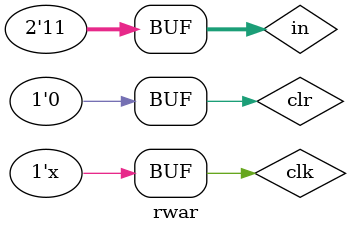
<source format=v>
`timescale 1ns / 1ps


module rwar;

	// Inputs
	reg clk;
	reg [1:0] in;
	reg clr;

	// Outputs
	wire [2:0] out;

	// Instantiate the Unit Under Test (UUT)
	awful_fsm uut (
		.clk(clk), 
		.in(in), 
		.out(out), 
		.clr(clr)
	);

	initial begin
		// Initialize Inputs
		clk = 0;
		in = 0;
		clr = 1;

		// Wait 100 ns for global reset to finish
		#100;
		clr = 0;
		in = 'd0;
		#10;
		in = 'd1;
		#20;
		in = 'd2;
		#50;
		in = 'd0;
		#10;
		in = 'd3;
		
        
		// Add stimulus here

	end
	
	always #5 clk = ~clk;
      
endmodule


</source>
